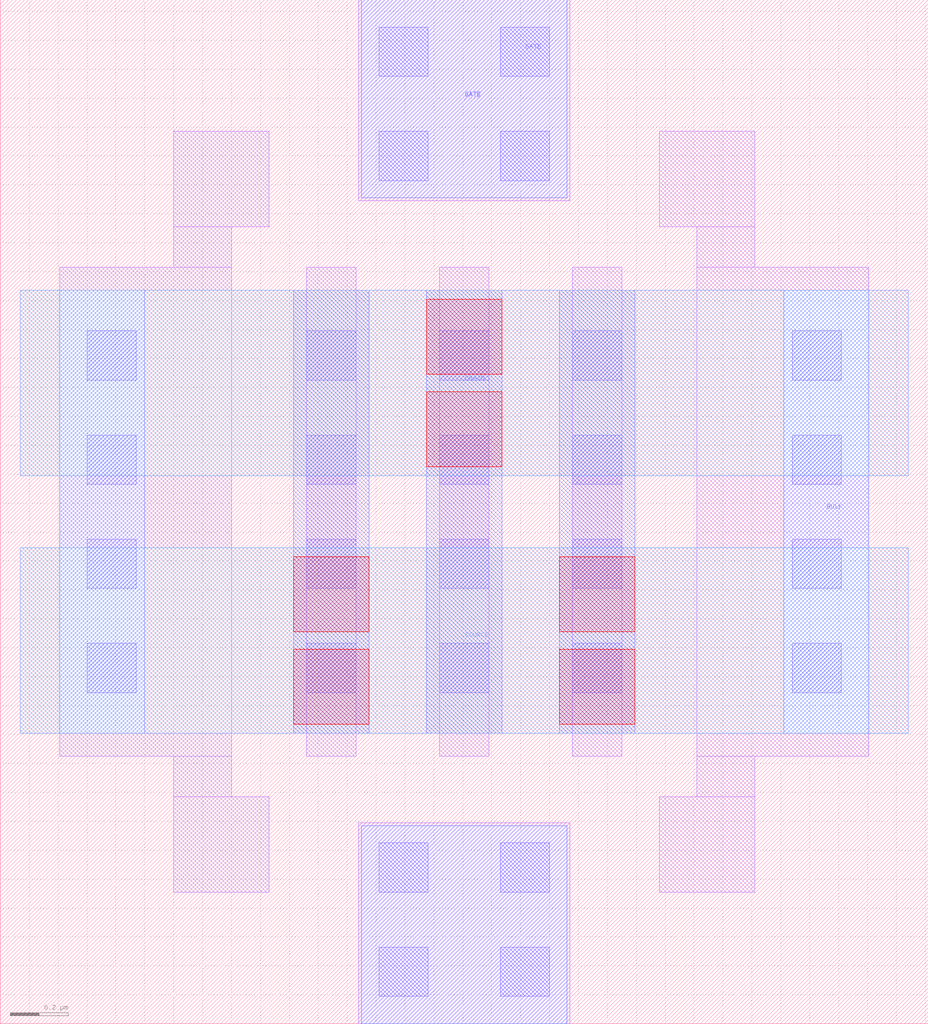
<source format=lef>
# Copyright 2020 The SkyWater PDK Authors
#
# Licensed under the Apache License, Version 2.0 (the "License");
# you may not use this file except in compliance with the License.
# You may obtain a copy of the License at
#
#     https://www.apache.org/licenses/LICENSE-2.0
#
# Unless required by applicable law or agreed to in writing, software
# distributed under the License is distributed on an "AS IS" BASIS,
# WITHOUT WARRANTIES OR CONDITIONS OF ANY KIND, either express or implied.
# See the License for the specific language governing permissions and
# limitations under the License.
#
# SPDX-License-Identifier: Apache-2.0

VERSION 5.7 ;
  NOWIREEXTENSIONATPIN ON ;
  DIVIDERCHAR "/" ;
  BUSBITCHARS "[]" ;
MACRO sky130_fd_pr__rf_pfet_01v8_bM02W1p65L0p18
  CLASS BLOCK ;
  FOREIGN sky130_fd_pr__rf_pfet_01v8_bM02W1p65L0p18 ;
  ORIGIN  0.000000  0.000000 ;
  SIZE  3.210000 BY  3.540000 ;
  PIN BULK
    ANTENNADIFFAREA  2.145000 ;
    ANTENNAGATEAREA  0.495000 ;
    PORT
      LAYER met1 ;
        RECT 0.205000 1.005000 0.500000 2.535000 ;
        RECT 2.710000 1.005000 3.005000 2.535000 ;
    END
  END BULK
  PIN DRAIN
    ANTENNADIFFAREA  0.462000 ;
    PORT
      LAYER met2 ;
        RECT 0.070000 1.895000 3.140000 2.535000 ;
    END
  END DRAIN
  PIN GATE
    ANTENNAGATEAREA  0.594000 ;
    PORT
      LAYER li1 ;
        RECT 1.240000 0.000000 1.970000 0.695000 ;
        RECT 1.240000 2.845000 1.970000 3.540000 ;
      LAYER mcon ;
        RECT 1.310000 0.095000 1.480000 0.265000 ;
        RECT 1.310000 0.455000 1.480000 0.625000 ;
        RECT 1.310000 2.915000 1.480000 3.085000 ;
        RECT 1.310000 3.275000 1.480000 3.445000 ;
        RECT 1.730000 0.095000 1.900000 0.265000 ;
        RECT 1.730000 0.455000 1.900000 0.625000 ;
        RECT 1.730000 2.915000 1.900000 3.085000 ;
        RECT 1.730000 3.275000 1.900000 3.445000 ;
    END
    PORT
      LAYER met1 ;
        RECT 1.250000 0.000000 1.960000 0.685000 ;
        RECT 1.250000 2.855000 1.960000 3.540000 ;
    END
  END GATE
  PIN SOURCE
    ANTENNADIFFAREA  0.924000 ;
    PORT
      LAYER met2 ;
        RECT 0.070000 1.005000 3.140000 1.645000 ;
    END
  END SOURCE
  OBS
    LAYER li1 ;
      RECT 0.205000 0.925000 0.800000 2.615000 ;
      RECT 0.600000 0.455000 0.930000 0.785000 ;
      RECT 0.600000 0.785000 0.800000 0.925000 ;
      RECT 0.600000 2.615000 0.800000 2.755000 ;
      RECT 0.600000 2.755000 0.930000 3.085000 ;
      RECT 1.060000 0.925000 1.230000 2.615000 ;
      RECT 1.520000 0.925000 1.690000 2.615000 ;
      RECT 1.980000 0.925000 2.150000 2.615000 ;
      RECT 2.280000 0.455000 2.610000 0.785000 ;
      RECT 2.280000 2.755000 2.610000 3.085000 ;
      RECT 2.410000 0.785000 2.610000 0.925000 ;
      RECT 2.410000 0.925000 3.005000 2.615000 ;
      RECT 2.410000 2.615000 2.610000 2.755000 ;
    LAYER mcon ;
      RECT 0.300000 1.145000 0.470000 1.315000 ;
      RECT 0.300000 1.505000 0.470000 1.675000 ;
      RECT 0.300000 1.865000 0.470000 2.035000 ;
      RECT 0.300000 2.225000 0.470000 2.395000 ;
      RECT 1.060000 1.145000 1.230000 1.315000 ;
      RECT 1.060000 1.505000 1.230000 1.675000 ;
      RECT 1.060000 1.865000 1.230000 2.035000 ;
      RECT 1.060000 2.225000 1.230000 2.395000 ;
      RECT 1.520000 1.145000 1.690000 1.315000 ;
      RECT 1.520000 1.505000 1.690000 1.675000 ;
      RECT 1.520000 1.865000 1.690000 2.035000 ;
      RECT 1.520000 2.225000 1.690000 2.395000 ;
      RECT 1.980000 1.145000 2.150000 1.315000 ;
      RECT 1.980000 1.505000 2.150000 1.675000 ;
      RECT 1.980000 1.865000 2.150000 2.035000 ;
      RECT 1.980000 2.225000 2.150000 2.395000 ;
      RECT 2.740000 1.145000 2.910000 1.315000 ;
      RECT 2.740000 1.505000 2.910000 1.675000 ;
      RECT 2.740000 1.865000 2.910000 2.035000 ;
      RECT 2.740000 2.225000 2.910000 2.395000 ;
    LAYER met1 ;
      RECT 1.015000 1.005000 1.275000 2.535000 ;
      RECT 1.475000 1.005000 1.735000 2.535000 ;
      RECT 1.935000 1.005000 2.195000 2.535000 ;
    LAYER via ;
      RECT 1.015000 1.035000 1.275000 1.295000 ;
      RECT 1.015000 1.355000 1.275000 1.615000 ;
      RECT 1.475000 1.925000 1.735000 2.185000 ;
      RECT 1.475000 2.245000 1.735000 2.505000 ;
      RECT 1.935000 1.035000 2.195000 1.295000 ;
      RECT 1.935000 1.355000 2.195000 1.615000 ;
  END
END sky130_fd_pr__rf_pfet_01v8_bM02W1p65L0p18
END LIBRARY

</source>
